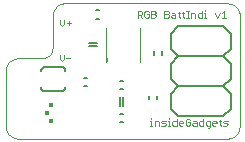
<source format=gto>
G75*
G70*
%OFA0B0*%
%FSLAX24Y24*%
%IPPOS*%
%LPD*%
%AMOC8*
5,1,8,0,0,1.08239X$1,22.5*
%
%ADD10C,0.0000*%
%ADD11C,0.0020*%
%ADD12C,0.0040*%
%ADD13C,0.0050*%
%ADD14R,0.0069X0.0167*%
%ADD15R,0.0167X0.0128*%
%ADD16R,0.0138X0.0138*%
%ADD17C,0.0080*%
D10*
X002267Y003074D02*
X009233Y003074D01*
X009271Y003076D01*
X009309Y003081D01*
X009347Y003090D01*
X009383Y003102D01*
X009418Y003118D01*
X009451Y003136D01*
X009483Y003158D01*
X009513Y003182D01*
X009540Y003209D01*
X009564Y003239D01*
X009586Y003271D01*
X009604Y003304D01*
X009620Y003339D01*
X009632Y003375D01*
X009641Y003413D01*
X009646Y003451D01*
X009648Y003489D01*
X009649Y003489D02*
X009649Y007163D01*
X009647Y007202D01*
X009642Y007240D01*
X009633Y007278D01*
X009621Y007314D01*
X009605Y007350D01*
X009586Y007384D01*
X009564Y007416D01*
X009540Y007445D01*
X009512Y007473D01*
X009483Y007497D01*
X009451Y007519D01*
X009417Y007538D01*
X009381Y007554D01*
X009345Y007566D01*
X009307Y007575D01*
X009269Y007580D01*
X009230Y007582D01*
X003814Y007582D01*
X003776Y007579D01*
X003738Y007573D01*
X003701Y007563D01*
X003665Y007550D01*
X003630Y007534D01*
X003597Y007514D01*
X003566Y007492D01*
X003537Y007467D01*
X003510Y007439D01*
X003486Y007409D01*
X003465Y007377D01*
X003447Y007343D01*
X003433Y007307D01*
X003421Y007270D01*
X003413Y007233D01*
X003409Y007195D01*
X003408Y007156D01*
X003408Y006095D01*
X003409Y006095D02*
X003407Y006059D01*
X003401Y006023D01*
X003392Y005989D01*
X003379Y005955D01*
X003363Y005923D01*
X003343Y005893D01*
X003321Y005865D01*
X003295Y005839D01*
X003267Y005817D01*
X003237Y005797D01*
X003205Y005781D01*
X003171Y005768D01*
X003137Y005759D01*
X003101Y005753D01*
X003065Y005751D01*
X002257Y005751D01*
X002220Y005749D01*
X002183Y005744D01*
X002146Y005736D01*
X002111Y005724D01*
X002077Y005709D01*
X002044Y005690D01*
X002014Y005669D01*
X001985Y005646D01*
X001958Y005619D01*
X001935Y005590D01*
X001914Y005560D01*
X001895Y005527D01*
X001880Y005493D01*
X001868Y005458D01*
X001860Y005421D01*
X001855Y005384D01*
X001853Y005347D01*
X001853Y003488D01*
X001855Y003450D01*
X001860Y003412D01*
X001869Y003375D01*
X001881Y003338D01*
X001896Y003303D01*
X001915Y003270D01*
X001937Y003239D01*
X001961Y003209D01*
X001988Y003182D01*
X002018Y003158D01*
X002049Y003136D01*
X002082Y003117D01*
X002117Y003102D01*
X002154Y003090D01*
X002191Y003081D01*
X002229Y003076D01*
X002267Y003074D01*
D11*
X006666Y003509D02*
X006740Y003509D01*
X006703Y003509D02*
X006703Y003656D01*
X006666Y003656D01*
X006703Y003729D02*
X006703Y003766D01*
X006814Y003656D02*
X006924Y003656D01*
X006960Y003619D01*
X006960Y003509D01*
X007035Y003509D02*
X007145Y003509D01*
X007181Y003546D01*
X007145Y003582D01*
X007071Y003582D01*
X007035Y003619D01*
X007071Y003656D01*
X007181Y003656D01*
X007256Y003656D02*
X007292Y003656D01*
X007292Y003509D01*
X007256Y003509D02*
X007329Y003509D01*
X007403Y003546D02*
X007403Y003619D01*
X007440Y003656D01*
X007550Y003656D01*
X007550Y003729D02*
X007550Y003509D01*
X007440Y003509D01*
X007403Y003546D01*
X007624Y003546D02*
X007624Y003619D01*
X007661Y003656D01*
X007734Y003656D01*
X007771Y003619D01*
X007771Y003582D01*
X007624Y003582D01*
X007624Y003546D02*
X007661Y003509D01*
X007734Y003509D01*
X007845Y003546D02*
X007845Y003692D01*
X007882Y003729D01*
X007955Y003729D01*
X007992Y003692D01*
X007992Y003619D02*
X007918Y003619D01*
X007992Y003619D02*
X007992Y003546D01*
X007955Y003509D01*
X007882Y003509D01*
X007845Y003546D01*
X008066Y003546D02*
X008103Y003582D01*
X008213Y003582D01*
X008213Y003619D02*
X008213Y003509D01*
X008103Y003509D01*
X008066Y003546D01*
X008103Y003656D02*
X008176Y003656D01*
X008213Y003619D01*
X008287Y003619D02*
X008287Y003546D01*
X008324Y003509D01*
X008434Y003509D01*
X008434Y003729D01*
X008434Y003656D02*
X008324Y003656D01*
X008287Y003619D01*
X008508Y003619D02*
X008508Y003546D01*
X008545Y003509D01*
X008655Y003509D01*
X008655Y003472D02*
X008655Y003656D01*
X008545Y003656D01*
X008508Y003619D01*
X008581Y003436D02*
X008618Y003436D01*
X008655Y003472D01*
X008729Y003546D02*
X008729Y003619D01*
X008766Y003656D01*
X008839Y003656D01*
X008876Y003619D01*
X008876Y003582D01*
X008729Y003582D01*
X008729Y003546D02*
X008766Y003509D01*
X008839Y003509D01*
X008987Y003546D02*
X008987Y003692D01*
X009023Y003656D02*
X008950Y003656D01*
X008987Y003546D02*
X009023Y003509D01*
X009097Y003509D02*
X009207Y003509D01*
X009244Y003546D01*
X009207Y003582D01*
X009134Y003582D01*
X009097Y003619D01*
X009134Y003656D01*
X009244Y003656D01*
X007292Y003729D02*
X007292Y003766D01*
X006814Y003656D02*
X006814Y003509D01*
X006805Y007111D02*
X006695Y007111D01*
X006695Y007331D01*
X006805Y007331D01*
X006842Y007295D01*
X006842Y007258D01*
X006805Y007221D01*
X006695Y007221D01*
X006621Y007221D02*
X006547Y007221D01*
X006621Y007221D02*
X006621Y007148D01*
X006584Y007111D01*
X006511Y007111D01*
X006474Y007148D01*
X006474Y007295D01*
X006511Y007331D01*
X006584Y007331D01*
X006621Y007295D01*
X006805Y007221D02*
X006842Y007185D01*
X006842Y007148D01*
X006805Y007111D01*
X007137Y007111D02*
X007247Y007111D01*
X007284Y007148D01*
X007284Y007185D01*
X007247Y007221D01*
X007137Y007221D01*
X007137Y007111D02*
X007137Y007331D01*
X007247Y007331D01*
X007284Y007295D01*
X007284Y007258D01*
X007247Y007221D01*
X007358Y007148D02*
X007395Y007185D01*
X007505Y007185D01*
X007505Y007221D02*
X007505Y007111D01*
X007395Y007111D01*
X007358Y007148D01*
X007395Y007258D02*
X007468Y007258D01*
X007505Y007221D01*
X007579Y007258D02*
X007652Y007258D01*
X007616Y007295D02*
X007616Y007148D01*
X007652Y007111D01*
X007763Y007148D02*
X007800Y007111D01*
X007763Y007148D02*
X007763Y007295D01*
X007726Y007258D02*
X007800Y007258D01*
X007874Y007331D02*
X007947Y007331D01*
X007910Y007331D02*
X007910Y007111D01*
X007874Y007111D02*
X007947Y007111D01*
X008021Y007111D02*
X008021Y007258D01*
X008131Y007258D01*
X008168Y007221D01*
X008168Y007111D01*
X008242Y007148D02*
X008242Y007221D01*
X008279Y007258D01*
X008389Y007258D01*
X008389Y007331D02*
X008389Y007111D01*
X008279Y007111D01*
X008242Y007148D01*
X008463Y007111D02*
X008536Y007111D01*
X008500Y007111D02*
X008500Y007258D01*
X008463Y007258D01*
X008500Y007331D02*
X008500Y007368D01*
X008831Y007258D02*
X008905Y007111D01*
X008978Y007258D01*
X009052Y007258D02*
X009126Y007331D01*
X009126Y007111D01*
X009199Y007111D02*
X009052Y007111D01*
X006400Y007111D02*
X006326Y007185D01*
X006363Y007185D02*
X006253Y007185D01*
X006253Y007111D02*
X006253Y007331D01*
X006363Y007331D01*
X006400Y007295D01*
X006400Y007221D01*
X006363Y007185D01*
D12*
X006322Y006755D02*
X006322Y005613D01*
X005180Y005613D02*
X005180Y006755D01*
X004019Y006926D02*
X003886Y006926D01*
X003952Y006993D02*
X003952Y006859D01*
X003798Y006893D02*
X003798Y007026D01*
X003798Y006893D02*
X003731Y006826D01*
X003665Y006893D01*
X003665Y007026D01*
X003645Y005845D02*
X003645Y005712D01*
X003712Y005645D01*
X003778Y005712D01*
X003778Y005845D01*
X003866Y005745D02*
X003999Y005745D01*
D13*
X004629Y006145D02*
X004904Y006145D01*
X004904Y006263D02*
X004629Y006263D01*
X004845Y007070D02*
X004963Y007070D01*
X004963Y007345D02*
X004845Y007345D01*
X006794Y005987D02*
X006794Y005869D01*
X007070Y005869D02*
X007070Y005987D01*
X005771Y005003D02*
X005652Y005003D01*
X005652Y004727D02*
X005771Y004727D01*
X005771Y004452D02*
X005771Y004176D01*
X005652Y004176D02*
X005652Y004452D01*
X005652Y003900D02*
X005771Y003900D01*
X005771Y003625D02*
X005652Y003625D01*
X006617Y004393D02*
X006617Y004511D01*
X006893Y004511D02*
X006893Y004393D01*
X004570Y004826D02*
X004452Y004826D01*
X004452Y005101D02*
X004570Y005101D01*
D14*
X005224Y005707D03*
D15*
X003374Y004211D03*
X003374Y003669D03*
D16*
X003221Y003940D03*
D17*
X003113Y004668D02*
X003743Y004668D01*
X003743Y004669D02*
X003759Y004674D01*
X003775Y004682D01*
X003789Y004692D01*
X003801Y004704D01*
X003811Y004719D01*
X003818Y004735D01*
X003822Y004752D01*
X003823Y004769D01*
X003821Y004787D01*
X003821Y005337D02*
X003823Y005355D01*
X003822Y005372D01*
X003818Y005389D01*
X003811Y005405D01*
X003801Y005420D01*
X003789Y005432D01*
X003775Y005442D01*
X003759Y005450D01*
X003743Y005455D01*
X003743Y005456D02*
X003113Y005456D01*
X003113Y005455D02*
X003097Y005450D01*
X003081Y005442D01*
X003067Y005432D01*
X003055Y005420D01*
X003045Y005405D01*
X003038Y005389D01*
X003034Y005372D01*
X003033Y005355D01*
X003035Y005337D01*
X003035Y004787D02*
X003033Y004769D01*
X003034Y004752D01*
X003038Y004735D01*
X003045Y004719D01*
X003055Y004704D01*
X003067Y004692D01*
X003081Y004682D01*
X003097Y004674D01*
X003113Y004669D01*
X007349Y004568D02*
X007349Y004068D01*
X007599Y003818D01*
X009099Y003818D01*
X009349Y004068D01*
X009349Y004568D01*
X009099Y004818D01*
X007599Y004818D01*
X007349Y005068D01*
X007349Y005568D01*
X007599Y005818D01*
X009099Y005818D01*
X009349Y006068D01*
X009349Y006568D01*
X009099Y006818D01*
X007599Y006818D01*
X007349Y006568D01*
X007349Y006068D01*
X007599Y005818D01*
X007599Y004818D02*
X007349Y004568D01*
X009099Y004818D02*
X009349Y005068D01*
X009349Y005568D01*
X009099Y005818D01*
M02*

</source>
